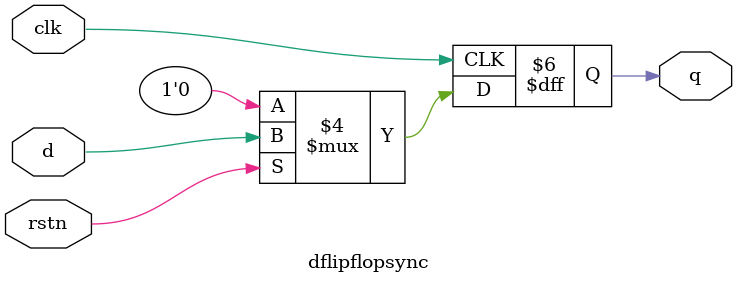
<source format=v>
`timescale 1ns / 1ps


module dflipflopsync(input d, rstn, clk, output reg q);
    always @ (posedge clk)
        if(!rstn)
            q <= 0;
        else
            q <= d;
endmodule
</source>
